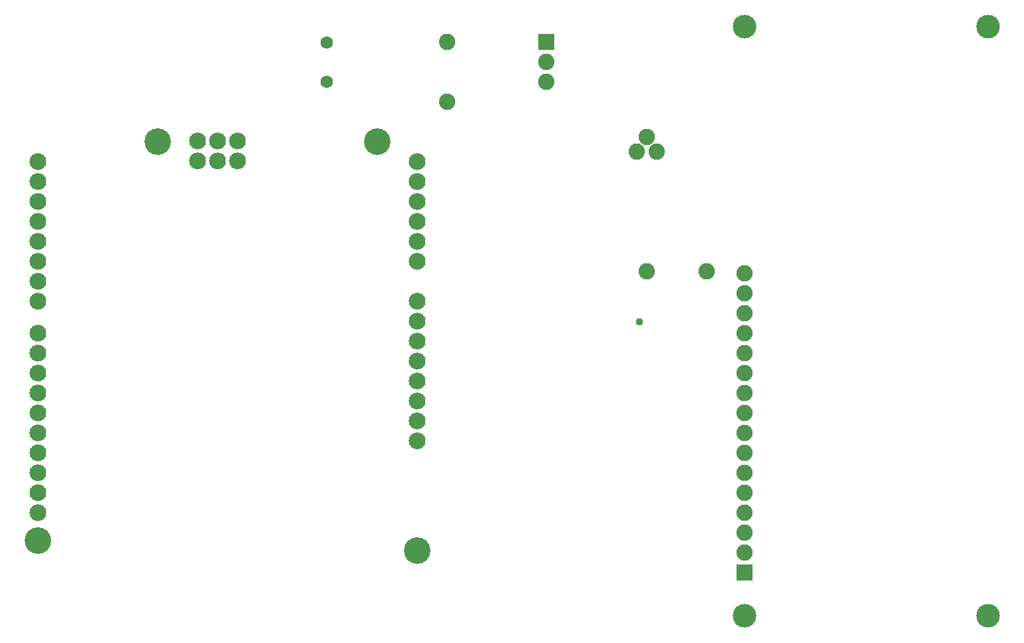
<source format=gbr>
G04 EAGLE Gerber RS-274X export*
G75*
%MOMM*%
%FSLAX34Y34*%
%LPD*%
%INSoldermask Top*%
%IPPOS*%
%AMOC8*
5,1,8,0,0,1.08239X$1,22.5*%
G01*
%ADD10C,3.378200*%
%ADD11C,2.133600*%
%ADD12R,2.082800X2.082800*%
%ADD13C,2.082800*%
%ADD14C,3.003200*%
%ADD15C,1.603200*%
%ADD16C,0.959600*%


D10*
X25400Y228600D03*
X177800Y736600D03*
X457200Y736600D03*
X508000Y215900D03*
D11*
X508000Y355600D03*
X508000Y381000D03*
X508000Y406400D03*
X508000Y431800D03*
X508000Y457200D03*
X508000Y482600D03*
X508000Y508000D03*
X508000Y533400D03*
X508000Y584200D03*
X508000Y609600D03*
X508000Y635000D03*
X508000Y660400D03*
X508000Y685800D03*
X508000Y711200D03*
X25400Y711200D03*
X25400Y685800D03*
X25400Y660400D03*
X25400Y635000D03*
X25400Y609600D03*
X25400Y584200D03*
X25400Y558800D03*
X25400Y533400D03*
X25400Y492760D03*
X25400Y467360D03*
X25400Y441960D03*
X25400Y416560D03*
X25400Y391160D03*
X25400Y365760D03*
X25400Y340360D03*
X25400Y314960D03*
X25400Y289560D03*
X25400Y264160D03*
X229100Y712600D03*
X229100Y738000D03*
X254500Y712600D03*
X254500Y738000D03*
X279900Y712600D03*
X279900Y738000D03*
D12*
X924500Y188000D03*
D13*
X924500Y213400D03*
X924500Y238800D03*
X924500Y264200D03*
X924500Y289600D03*
X924500Y315000D03*
X924500Y340400D03*
X924500Y365800D03*
X924500Y391200D03*
X924500Y416600D03*
X924500Y442000D03*
X924500Y467400D03*
X924500Y492800D03*
X924500Y518200D03*
X924500Y543600D03*
X924500Y569000D03*
D14*
X924500Y133000D03*
X1234500Y133000D03*
X924500Y883000D03*
X1234500Y883000D03*
D15*
X392900Y813200D03*
X392900Y863200D03*
D13*
X546100Y787400D03*
X546100Y863600D03*
X800100Y571500D03*
X876300Y571500D03*
X812800Y723900D03*
X800100Y742950D03*
X787400Y723900D03*
D12*
X672950Y863600D03*
D13*
X672950Y838200D03*
X672950Y812800D03*
D16*
X790956Y507492D03*
M02*

</source>
